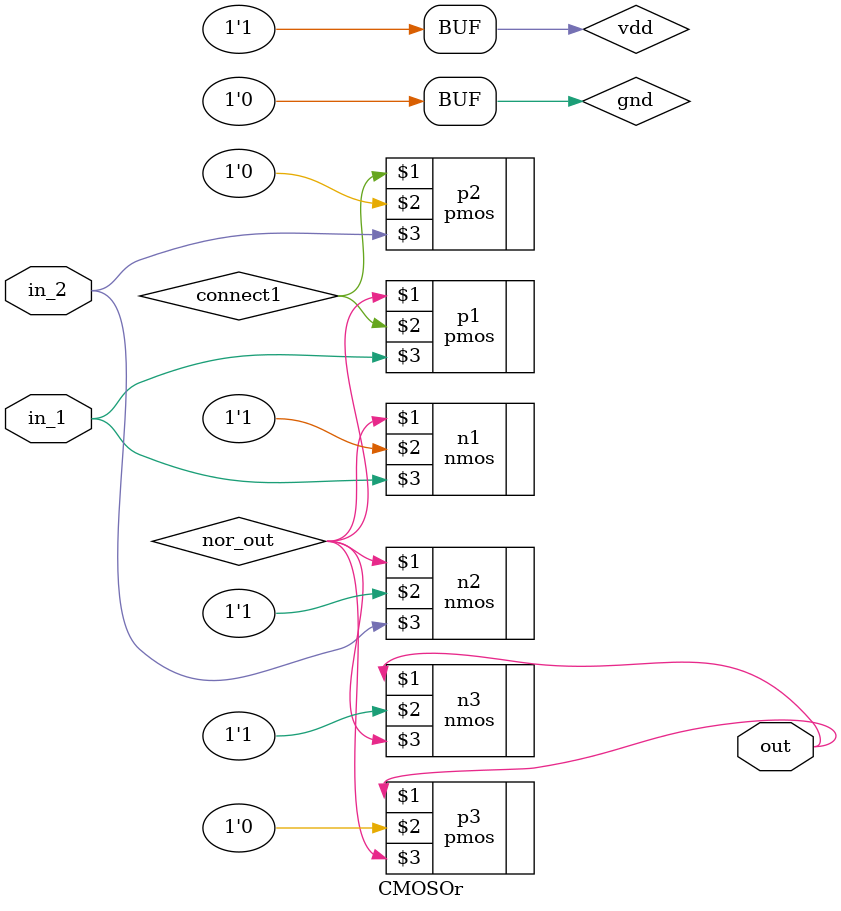
<source format=v>

module CMOSOr( in_1, in_2, out );

	// Declaring the ports
	input in_1, in_2;
	output out;

	// Power supply declaration
	supply1 vdd;
	supply0 gnd;

	// Interconnects
	wire connect1, nor_out;

	// Or Gate Body
	nmos n1(nor_out, vdd, in_1);
	nmos n2(nor_out, vdd, in_2);
	nmos n3(out, vdd, nor_out);

	pmos p1(nor_out, connect1, in_1);
	pmos p2(connect1, gnd, in_2);
	pmos p3(out, gnd, nor_out);
	
endmodule

</source>
